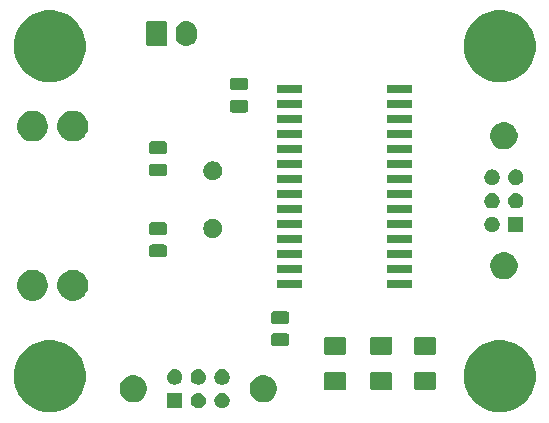
<source format=gts>
G04 #@! TF.GenerationSoftware,KiCad,Pcbnew,(5.1.4)-1*
G04 #@! TF.CreationDate,2020-02-23T13:46:41-05:00*
G04 #@! TF.ProjectId,vent,76656e74-2e6b-4696-9361-645f70636258,rev?*
G04 #@! TF.SameCoordinates,Original*
G04 #@! TF.FileFunction,Soldermask,Top*
G04 #@! TF.FilePolarity,Negative*
%FSLAX46Y46*%
G04 Gerber Fmt 4.6, Leading zero omitted, Abs format (unit mm)*
G04 Created by KiCad (PCBNEW (5.1.4)-1) date 2020-02-23 13:46:41*
%MOMM*%
%LPD*%
G04 APERTURE LIST*
%ADD10C,0.100000*%
G04 APERTURE END LIST*
D10*
G36*
X110109943Y-129146248D02*
G01*
X110665189Y-129376238D01*
X110865267Y-129509926D01*
X111164899Y-129710134D01*
X111589866Y-130135101D01*
X111639025Y-130208673D01*
X111923762Y-130634811D01*
X112153752Y-131190057D01*
X112271000Y-131779501D01*
X112271000Y-132380499D01*
X112153752Y-132969943D01*
X111923762Y-133525189D01*
X111904584Y-133553891D01*
X111589866Y-134024899D01*
X111164899Y-134449866D01*
X110913347Y-134617948D01*
X110665189Y-134783762D01*
X110109943Y-135013752D01*
X109520499Y-135131000D01*
X108919501Y-135131000D01*
X108330057Y-135013752D01*
X107774811Y-134783762D01*
X107526653Y-134617948D01*
X107275101Y-134449866D01*
X106850134Y-134024899D01*
X106535416Y-133553891D01*
X106516238Y-133525189D01*
X106286248Y-132969943D01*
X106169000Y-132380499D01*
X106169000Y-131779501D01*
X106286248Y-131190057D01*
X106516238Y-130634811D01*
X106800975Y-130208673D01*
X106850134Y-130135101D01*
X107275101Y-129710134D01*
X107574733Y-129509926D01*
X107774811Y-129376238D01*
X108330057Y-129146248D01*
X108919501Y-129029000D01*
X109520499Y-129029000D01*
X110109943Y-129146248D01*
X110109943Y-129146248D01*
G37*
G36*
X148209943Y-129146248D02*
G01*
X148765189Y-129376238D01*
X148965267Y-129509926D01*
X149264899Y-129710134D01*
X149689866Y-130135101D01*
X149739025Y-130208673D01*
X150023762Y-130634811D01*
X150253752Y-131190057D01*
X150371000Y-131779501D01*
X150371000Y-132380499D01*
X150253752Y-132969943D01*
X150023762Y-133525189D01*
X150004584Y-133553891D01*
X149689866Y-134024899D01*
X149264899Y-134449866D01*
X149013347Y-134617948D01*
X148765189Y-134783762D01*
X148209943Y-135013752D01*
X147620499Y-135131000D01*
X147019501Y-135131000D01*
X146430057Y-135013752D01*
X145874811Y-134783762D01*
X145626653Y-134617948D01*
X145375101Y-134449866D01*
X144950134Y-134024899D01*
X144635416Y-133553891D01*
X144616238Y-133525189D01*
X144386248Y-132969943D01*
X144269000Y-132380499D01*
X144269000Y-131779501D01*
X144386248Y-131190057D01*
X144616238Y-130634811D01*
X144900975Y-130208673D01*
X144950134Y-130135101D01*
X145375101Y-129710134D01*
X145674733Y-129509926D01*
X145874811Y-129376238D01*
X146430057Y-129146248D01*
X147019501Y-129029000D01*
X147620499Y-129029000D01*
X148209943Y-129146248D01*
X148209943Y-129146248D01*
G37*
G36*
X123989490Y-133504817D02*
G01*
X124107964Y-133553891D01*
X124214588Y-133625135D01*
X124305265Y-133715812D01*
X124376509Y-133822436D01*
X124425583Y-133940910D01*
X124450600Y-134066682D01*
X124450600Y-134194918D01*
X124425583Y-134320690D01*
X124376509Y-134439164D01*
X124305265Y-134545788D01*
X124214588Y-134636465D01*
X124107964Y-134707709D01*
X124107963Y-134707710D01*
X124107962Y-134707710D01*
X123989490Y-134756783D01*
X123863719Y-134781800D01*
X123735481Y-134781800D01*
X123609710Y-134756783D01*
X123491238Y-134707710D01*
X123491237Y-134707710D01*
X123491236Y-134707709D01*
X123384612Y-134636465D01*
X123293935Y-134545788D01*
X123222691Y-134439164D01*
X123173617Y-134320690D01*
X123148600Y-134194918D01*
X123148600Y-134066682D01*
X123173617Y-133940910D01*
X123222691Y-133822436D01*
X123293935Y-133715812D01*
X123384612Y-133625135D01*
X123491236Y-133553891D01*
X123609710Y-133504817D01*
X123735481Y-133479800D01*
X123863719Y-133479800D01*
X123989490Y-133504817D01*
X123989490Y-133504817D01*
G37*
G36*
X120450600Y-134781800D02*
G01*
X119148600Y-134781800D01*
X119148600Y-133479800D01*
X120450600Y-133479800D01*
X120450600Y-134781800D01*
X120450600Y-134781800D01*
G37*
G36*
X121989490Y-133504817D02*
G01*
X122107964Y-133553891D01*
X122214588Y-133625135D01*
X122305265Y-133715812D01*
X122376509Y-133822436D01*
X122425583Y-133940910D01*
X122450600Y-134066682D01*
X122450600Y-134194918D01*
X122425583Y-134320690D01*
X122376509Y-134439164D01*
X122305265Y-134545788D01*
X122214588Y-134636465D01*
X122107964Y-134707709D01*
X122107963Y-134707710D01*
X122107962Y-134707710D01*
X121989490Y-134756783D01*
X121863719Y-134781800D01*
X121735481Y-134781800D01*
X121609710Y-134756783D01*
X121491238Y-134707710D01*
X121491237Y-134707710D01*
X121491236Y-134707709D01*
X121384612Y-134636465D01*
X121293935Y-134545788D01*
X121222691Y-134439164D01*
X121173617Y-134320690D01*
X121148600Y-134194918D01*
X121148600Y-134066682D01*
X121173617Y-133940910D01*
X121222691Y-133822436D01*
X121293935Y-133715812D01*
X121384612Y-133625135D01*
X121491236Y-133553891D01*
X121609710Y-133504817D01*
X121735481Y-133479800D01*
X121863719Y-133479800D01*
X121989490Y-133504817D01*
X121989490Y-133504817D01*
G37*
G36*
X127524149Y-132001916D02*
G01*
X127635334Y-132024032D01*
X127844803Y-132110797D01*
X128033320Y-132236760D01*
X128193640Y-132397080D01*
X128319603Y-132585597D01*
X128390511Y-132756783D01*
X128406368Y-132795067D01*
X128450600Y-133017435D01*
X128450600Y-133244165D01*
X128447639Y-133259052D01*
X128406368Y-133466534D01*
X128319603Y-133676003D01*
X128193640Y-133864520D01*
X128033320Y-134024840D01*
X127844803Y-134150803D01*
X127635334Y-134237568D01*
X127524149Y-134259684D01*
X127412965Y-134281800D01*
X127186235Y-134281800D01*
X127075051Y-134259684D01*
X126963866Y-134237568D01*
X126754397Y-134150803D01*
X126565880Y-134024840D01*
X126405560Y-133864520D01*
X126279597Y-133676003D01*
X126192832Y-133466534D01*
X126151561Y-133259052D01*
X126148600Y-133244165D01*
X126148600Y-133017435D01*
X126192832Y-132795067D01*
X126208690Y-132756783D01*
X126279597Y-132585597D01*
X126405560Y-132397080D01*
X126565880Y-132236760D01*
X126754397Y-132110797D01*
X126963866Y-132024032D01*
X127075051Y-132001916D01*
X127186235Y-131979800D01*
X127412965Y-131979800D01*
X127524149Y-132001916D01*
X127524149Y-132001916D01*
G37*
G36*
X116524149Y-132001916D02*
G01*
X116635334Y-132024032D01*
X116844803Y-132110797D01*
X117033320Y-132236760D01*
X117193640Y-132397080D01*
X117319603Y-132585597D01*
X117390511Y-132756783D01*
X117406368Y-132795067D01*
X117450600Y-133017435D01*
X117450600Y-133244165D01*
X117447639Y-133259052D01*
X117406368Y-133466534D01*
X117319603Y-133676003D01*
X117193640Y-133864520D01*
X117033320Y-134024840D01*
X116844803Y-134150803D01*
X116635334Y-134237568D01*
X116524149Y-134259684D01*
X116412965Y-134281800D01*
X116186235Y-134281800D01*
X116075051Y-134259684D01*
X115963866Y-134237568D01*
X115754397Y-134150803D01*
X115565880Y-134024840D01*
X115405560Y-133864520D01*
X115279597Y-133676003D01*
X115192832Y-133466534D01*
X115151561Y-133259052D01*
X115148600Y-133244165D01*
X115148600Y-133017435D01*
X115192832Y-132795067D01*
X115208690Y-132756783D01*
X115279597Y-132585597D01*
X115405560Y-132397080D01*
X115565880Y-132236760D01*
X115754397Y-132110797D01*
X115963866Y-132024032D01*
X116075051Y-132001916D01*
X116186235Y-131979800D01*
X116412965Y-131979800D01*
X116524149Y-132001916D01*
X116524149Y-132001916D01*
G37*
G36*
X134150962Y-131741381D02*
G01*
X134185881Y-131751974D01*
X134218063Y-131769176D01*
X134246273Y-131792327D01*
X134269424Y-131820537D01*
X134286626Y-131852719D01*
X134297219Y-131887638D01*
X134301400Y-131930095D01*
X134301400Y-133071305D01*
X134297219Y-133113762D01*
X134286626Y-133148681D01*
X134269424Y-133180863D01*
X134246273Y-133209073D01*
X134218063Y-133232224D01*
X134185881Y-133249426D01*
X134150962Y-133260019D01*
X134108505Y-133264200D01*
X132642295Y-133264200D01*
X132599838Y-133260019D01*
X132564919Y-133249426D01*
X132532737Y-133232224D01*
X132504527Y-133209073D01*
X132481376Y-133180863D01*
X132464174Y-133148681D01*
X132453581Y-133113762D01*
X132449400Y-133071305D01*
X132449400Y-131930095D01*
X132453581Y-131887638D01*
X132464174Y-131852719D01*
X132481376Y-131820537D01*
X132504527Y-131792327D01*
X132532737Y-131769176D01*
X132564919Y-131751974D01*
X132599838Y-131741381D01*
X132642295Y-131737200D01*
X134108505Y-131737200D01*
X134150962Y-131741381D01*
X134150962Y-131741381D01*
G37*
G36*
X138062562Y-131715981D02*
G01*
X138097481Y-131726574D01*
X138129663Y-131743776D01*
X138157873Y-131766927D01*
X138181024Y-131795137D01*
X138198226Y-131827319D01*
X138208819Y-131862238D01*
X138213000Y-131904695D01*
X138213000Y-133045905D01*
X138208819Y-133088362D01*
X138198226Y-133123281D01*
X138181024Y-133155463D01*
X138157873Y-133183673D01*
X138129663Y-133206824D01*
X138097481Y-133224026D01*
X138062562Y-133234619D01*
X138020105Y-133238800D01*
X136553895Y-133238800D01*
X136511438Y-133234619D01*
X136476519Y-133224026D01*
X136444337Y-133206824D01*
X136416127Y-133183673D01*
X136392976Y-133155463D01*
X136375774Y-133123281D01*
X136365181Y-133088362D01*
X136361000Y-133045905D01*
X136361000Y-131904695D01*
X136365181Y-131862238D01*
X136375774Y-131827319D01*
X136392976Y-131795137D01*
X136416127Y-131766927D01*
X136444337Y-131743776D01*
X136476519Y-131726574D01*
X136511438Y-131715981D01*
X136553895Y-131711800D01*
X138020105Y-131711800D01*
X138062562Y-131715981D01*
X138062562Y-131715981D01*
G37*
G36*
X141770962Y-131701681D02*
G01*
X141805881Y-131712274D01*
X141838063Y-131729476D01*
X141866273Y-131752627D01*
X141889424Y-131780837D01*
X141906626Y-131813019D01*
X141917219Y-131847938D01*
X141921400Y-131890395D01*
X141921400Y-133031605D01*
X141917219Y-133074062D01*
X141906626Y-133108981D01*
X141889424Y-133141163D01*
X141866273Y-133169373D01*
X141838063Y-133192524D01*
X141805881Y-133209726D01*
X141770962Y-133220319D01*
X141728505Y-133224500D01*
X140262295Y-133224500D01*
X140219838Y-133220319D01*
X140184919Y-133209726D01*
X140152737Y-133192524D01*
X140124527Y-133169373D01*
X140101376Y-133141163D01*
X140084174Y-133108981D01*
X140073581Y-133074062D01*
X140069400Y-133031605D01*
X140069400Y-131890395D01*
X140073581Y-131847938D01*
X140084174Y-131813019D01*
X140101376Y-131780837D01*
X140124527Y-131752627D01*
X140152737Y-131729476D01*
X140184919Y-131712274D01*
X140219838Y-131701681D01*
X140262295Y-131697500D01*
X141728505Y-131697500D01*
X141770962Y-131701681D01*
X141770962Y-131701681D01*
G37*
G36*
X123989490Y-131504817D02*
G01*
X124107964Y-131553891D01*
X124214588Y-131625135D01*
X124305265Y-131715812D01*
X124371985Y-131815665D01*
X124376510Y-131822438D01*
X124389053Y-131852719D01*
X124425583Y-131940910D01*
X124450600Y-132066682D01*
X124450600Y-132194918D01*
X124425583Y-132320690D01*
X124376509Y-132439164D01*
X124305265Y-132545788D01*
X124214588Y-132636465D01*
X124107964Y-132707709D01*
X124107963Y-132707710D01*
X124107962Y-132707710D01*
X123989490Y-132756783D01*
X123863719Y-132781800D01*
X123735481Y-132781800D01*
X123609710Y-132756783D01*
X123491238Y-132707710D01*
X123491237Y-132707710D01*
X123491236Y-132707709D01*
X123384612Y-132636465D01*
X123293935Y-132545788D01*
X123222691Y-132439164D01*
X123173617Y-132320690D01*
X123148600Y-132194918D01*
X123148600Y-132066682D01*
X123173617Y-131940910D01*
X123210147Y-131852719D01*
X123222690Y-131822438D01*
X123227216Y-131815665D01*
X123293935Y-131715812D01*
X123384612Y-131625135D01*
X123491236Y-131553891D01*
X123609710Y-131504817D01*
X123735481Y-131479800D01*
X123863719Y-131479800D01*
X123989490Y-131504817D01*
X123989490Y-131504817D01*
G37*
G36*
X119989490Y-131504817D02*
G01*
X120107964Y-131553891D01*
X120214588Y-131625135D01*
X120305265Y-131715812D01*
X120371985Y-131815665D01*
X120376510Y-131822438D01*
X120389053Y-131852719D01*
X120425583Y-131940910D01*
X120450600Y-132066682D01*
X120450600Y-132194918D01*
X120425583Y-132320690D01*
X120376509Y-132439164D01*
X120305265Y-132545788D01*
X120214588Y-132636465D01*
X120107964Y-132707709D01*
X120107963Y-132707710D01*
X120107962Y-132707710D01*
X119989490Y-132756783D01*
X119863719Y-132781800D01*
X119735481Y-132781800D01*
X119609710Y-132756783D01*
X119491238Y-132707710D01*
X119491237Y-132707710D01*
X119491236Y-132707709D01*
X119384612Y-132636465D01*
X119293935Y-132545788D01*
X119222691Y-132439164D01*
X119173617Y-132320690D01*
X119148600Y-132194918D01*
X119148600Y-132066682D01*
X119173617Y-131940910D01*
X119210147Y-131852719D01*
X119222690Y-131822438D01*
X119227216Y-131815665D01*
X119293935Y-131715812D01*
X119384612Y-131625135D01*
X119491236Y-131553891D01*
X119609710Y-131504817D01*
X119735481Y-131479800D01*
X119863719Y-131479800D01*
X119989490Y-131504817D01*
X119989490Y-131504817D01*
G37*
G36*
X121989490Y-131504817D02*
G01*
X122107964Y-131553891D01*
X122214588Y-131625135D01*
X122305265Y-131715812D01*
X122371985Y-131815665D01*
X122376510Y-131822438D01*
X122389053Y-131852719D01*
X122425583Y-131940910D01*
X122450600Y-132066682D01*
X122450600Y-132194918D01*
X122425583Y-132320690D01*
X122376509Y-132439164D01*
X122305265Y-132545788D01*
X122214588Y-132636465D01*
X122107964Y-132707709D01*
X122107963Y-132707710D01*
X122107962Y-132707710D01*
X121989490Y-132756783D01*
X121863719Y-132781800D01*
X121735481Y-132781800D01*
X121609710Y-132756783D01*
X121491238Y-132707710D01*
X121491237Y-132707710D01*
X121491236Y-132707709D01*
X121384612Y-132636465D01*
X121293935Y-132545788D01*
X121222691Y-132439164D01*
X121173617Y-132320690D01*
X121148600Y-132194918D01*
X121148600Y-132066682D01*
X121173617Y-131940910D01*
X121210147Y-131852719D01*
X121222690Y-131822438D01*
X121227216Y-131815665D01*
X121293935Y-131715812D01*
X121384612Y-131625135D01*
X121491236Y-131553891D01*
X121609710Y-131504817D01*
X121735481Y-131479800D01*
X121863719Y-131479800D01*
X121989490Y-131504817D01*
X121989490Y-131504817D01*
G37*
G36*
X134150962Y-128766381D02*
G01*
X134185881Y-128776974D01*
X134218063Y-128794176D01*
X134246273Y-128817327D01*
X134269424Y-128845537D01*
X134286626Y-128877719D01*
X134297219Y-128912638D01*
X134301400Y-128955095D01*
X134301400Y-130096305D01*
X134297219Y-130138762D01*
X134286626Y-130173681D01*
X134269424Y-130205863D01*
X134246273Y-130234073D01*
X134218063Y-130257224D01*
X134185881Y-130274426D01*
X134150962Y-130285019D01*
X134108505Y-130289200D01*
X132642295Y-130289200D01*
X132599838Y-130285019D01*
X132564919Y-130274426D01*
X132532737Y-130257224D01*
X132504527Y-130234073D01*
X132481376Y-130205863D01*
X132464174Y-130173681D01*
X132453581Y-130138762D01*
X132449400Y-130096305D01*
X132449400Y-128955095D01*
X132453581Y-128912638D01*
X132464174Y-128877719D01*
X132481376Y-128845537D01*
X132504527Y-128817327D01*
X132532737Y-128794176D01*
X132564919Y-128776974D01*
X132599838Y-128766381D01*
X132642295Y-128762200D01*
X134108505Y-128762200D01*
X134150962Y-128766381D01*
X134150962Y-128766381D01*
G37*
G36*
X138062562Y-128740981D02*
G01*
X138097481Y-128751574D01*
X138129663Y-128768776D01*
X138157873Y-128791927D01*
X138181024Y-128820137D01*
X138198226Y-128852319D01*
X138208819Y-128887238D01*
X138213000Y-128929695D01*
X138213000Y-130070905D01*
X138208819Y-130113362D01*
X138198226Y-130148281D01*
X138181024Y-130180463D01*
X138157873Y-130208673D01*
X138129663Y-130231824D01*
X138097481Y-130249026D01*
X138062562Y-130259619D01*
X138020105Y-130263800D01*
X136553895Y-130263800D01*
X136511438Y-130259619D01*
X136476519Y-130249026D01*
X136444337Y-130231824D01*
X136416127Y-130208673D01*
X136392976Y-130180463D01*
X136375774Y-130148281D01*
X136365181Y-130113362D01*
X136361000Y-130070905D01*
X136361000Y-128929695D01*
X136365181Y-128887238D01*
X136375774Y-128852319D01*
X136392976Y-128820137D01*
X136416127Y-128791927D01*
X136444337Y-128768776D01*
X136476519Y-128751574D01*
X136511438Y-128740981D01*
X136553895Y-128736800D01*
X138020105Y-128736800D01*
X138062562Y-128740981D01*
X138062562Y-128740981D01*
G37*
G36*
X141770962Y-128726681D02*
G01*
X141805881Y-128737274D01*
X141838063Y-128754476D01*
X141866273Y-128777627D01*
X141889424Y-128805837D01*
X141906626Y-128838019D01*
X141917219Y-128872938D01*
X141921400Y-128915395D01*
X141921400Y-130056605D01*
X141917219Y-130099062D01*
X141906626Y-130133981D01*
X141889424Y-130166163D01*
X141866273Y-130194373D01*
X141838063Y-130217524D01*
X141805881Y-130234726D01*
X141770962Y-130245319D01*
X141728505Y-130249500D01*
X140262295Y-130249500D01*
X140219838Y-130245319D01*
X140184919Y-130234726D01*
X140152737Y-130217524D01*
X140124527Y-130194373D01*
X140101376Y-130166163D01*
X140084174Y-130133981D01*
X140073581Y-130099062D01*
X140069400Y-130056605D01*
X140069400Y-128915395D01*
X140073581Y-128872938D01*
X140084174Y-128838019D01*
X140101376Y-128805837D01*
X140124527Y-128777627D01*
X140152737Y-128754476D01*
X140184919Y-128737274D01*
X140219838Y-128726681D01*
X140262295Y-128722500D01*
X141728505Y-128722500D01*
X141770962Y-128726681D01*
X141770962Y-128726681D01*
G37*
G36*
X129311668Y-128442665D02*
G01*
X129350338Y-128454396D01*
X129385977Y-128473446D01*
X129417217Y-128499083D01*
X129442854Y-128530323D01*
X129461904Y-128565962D01*
X129473635Y-128604632D01*
X129478200Y-128650988D01*
X129478200Y-129302212D01*
X129473635Y-129348568D01*
X129461904Y-129387238D01*
X129442854Y-129422877D01*
X129417217Y-129454117D01*
X129385977Y-129479754D01*
X129350338Y-129498804D01*
X129311668Y-129510535D01*
X129265312Y-129515100D01*
X128189088Y-129515100D01*
X128142732Y-129510535D01*
X128104062Y-129498804D01*
X128068423Y-129479754D01*
X128037183Y-129454117D01*
X128011546Y-129422877D01*
X127992496Y-129387238D01*
X127980765Y-129348568D01*
X127976200Y-129302212D01*
X127976200Y-128650988D01*
X127980765Y-128604632D01*
X127992496Y-128565962D01*
X128011546Y-128530323D01*
X128037183Y-128499083D01*
X128068423Y-128473446D01*
X128104062Y-128454396D01*
X128142732Y-128442665D01*
X128189088Y-128438100D01*
X129265312Y-128438100D01*
X129311668Y-128442665D01*
X129311668Y-128442665D01*
G37*
G36*
X129311668Y-126567665D02*
G01*
X129350338Y-126579396D01*
X129385977Y-126598446D01*
X129417217Y-126624083D01*
X129442854Y-126655323D01*
X129461904Y-126690962D01*
X129473635Y-126729632D01*
X129478200Y-126775988D01*
X129478200Y-127427212D01*
X129473635Y-127473568D01*
X129461904Y-127512238D01*
X129442854Y-127547877D01*
X129417217Y-127579117D01*
X129385977Y-127604754D01*
X129350338Y-127623804D01*
X129311668Y-127635535D01*
X129265312Y-127640100D01*
X128189088Y-127640100D01*
X128142732Y-127635535D01*
X128104062Y-127623804D01*
X128068423Y-127604754D01*
X128037183Y-127579117D01*
X128011546Y-127547877D01*
X127992496Y-127512238D01*
X127980765Y-127473568D01*
X127976200Y-127427212D01*
X127976200Y-126775988D01*
X127980765Y-126729632D01*
X127992496Y-126690962D01*
X128011546Y-126655323D01*
X128037183Y-126624083D01*
X128068423Y-126598446D01*
X128104062Y-126579396D01*
X128142732Y-126567665D01*
X128189088Y-126563100D01*
X129265312Y-126563100D01*
X129311668Y-126567665D01*
X129311668Y-126567665D01*
G37*
G36*
X111555287Y-123115396D02*
G01*
X111792053Y-123213468D01*
X111792055Y-123213469D01*
X112005139Y-123355847D01*
X112186353Y-123537061D01*
X112322623Y-123741003D01*
X112328732Y-123750147D01*
X112426804Y-123986913D01*
X112476800Y-124238261D01*
X112476800Y-124494539D01*
X112426804Y-124745887D01*
X112328732Y-124982653D01*
X112328731Y-124982655D01*
X112186353Y-125195739D01*
X112005139Y-125376953D01*
X111792055Y-125519331D01*
X111792054Y-125519332D01*
X111792053Y-125519332D01*
X111555287Y-125617404D01*
X111303939Y-125667400D01*
X111047661Y-125667400D01*
X110796313Y-125617404D01*
X110559547Y-125519332D01*
X110559546Y-125519332D01*
X110559545Y-125519331D01*
X110346461Y-125376953D01*
X110165247Y-125195739D01*
X110022869Y-124982655D01*
X110022868Y-124982653D01*
X109924796Y-124745887D01*
X109874800Y-124494539D01*
X109874800Y-124238261D01*
X109924796Y-123986913D01*
X110022868Y-123750147D01*
X110028978Y-123741003D01*
X110165247Y-123537061D01*
X110346461Y-123355847D01*
X110559545Y-123213469D01*
X110559547Y-123213468D01*
X110796313Y-123115396D01*
X111047661Y-123065400D01*
X111303939Y-123065400D01*
X111555287Y-123115396D01*
X111555287Y-123115396D01*
G37*
G36*
X108155287Y-123115396D02*
G01*
X108392053Y-123213468D01*
X108392055Y-123213469D01*
X108605139Y-123355847D01*
X108786353Y-123537061D01*
X108922623Y-123741003D01*
X108928732Y-123750147D01*
X109026804Y-123986913D01*
X109076800Y-124238261D01*
X109076800Y-124494539D01*
X109026804Y-124745887D01*
X108928732Y-124982653D01*
X108928731Y-124982655D01*
X108786353Y-125195739D01*
X108605139Y-125376953D01*
X108392055Y-125519331D01*
X108392054Y-125519332D01*
X108392053Y-125519332D01*
X108155287Y-125617404D01*
X107903939Y-125667400D01*
X107647661Y-125667400D01*
X107396313Y-125617404D01*
X107159547Y-125519332D01*
X107159546Y-125519332D01*
X107159545Y-125519331D01*
X106946461Y-125376953D01*
X106765247Y-125195739D01*
X106622869Y-124982655D01*
X106622868Y-124982653D01*
X106524796Y-124745887D01*
X106474800Y-124494539D01*
X106474800Y-124238261D01*
X106524796Y-123986913D01*
X106622868Y-123750147D01*
X106628978Y-123741003D01*
X106765247Y-123537061D01*
X106946461Y-123355847D01*
X107159545Y-123213469D01*
X107159547Y-123213468D01*
X107396313Y-123115396D01*
X107647661Y-123065400D01*
X107903939Y-123065400D01*
X108155287Y-123115396D01*
X108155287Y-123115396D01*
G37*
G36*
X139824928Y-123933964D02*
G01*
X139846009Y-123940360D01*
X139865445Y-123950748D01*
X139882476Y-123964724D01*
X139896452Y-123981755D01*
X139906840Y-124001191D01*
X139913236Y-124022272D01*
X139916000Y-124050340D01*
X139916000Y-124514060D01*
X139913236Y-124542128D01*
X139906840Y-124563209D01*
X139896452Y-124582645D01*
X139882476Y-124599676D01*
X139865445Y-124613652D01*
X139846009Y-124624040D01*
X139824928Y-124630436D01*
X139796860Y-124633200D01*
X137883140Y-124633200D01*
X137855072Y-124630436D01*
X137833991Y-124624040D01*
X137814555Y-124613652D01*
X137797524Y-124599676D01*
X137783548Y-124582645D01*
X137773160Y-124563209D01*
X137766764Y-124542128D01*
X137764000Y-124514060D01*
X137764000Y-124050340D01*
X137766764Y-124022272D01*
X137773160Y-124001191D01*
X137783548Y-123981755D01*
X137797524Y-123964724D01*
X137814555Y-123950748D01*
X137833991Y-123940360D01*
X137855072Y-123933964D01*
X137883140Y-123931200D01*
X139796860Y-123931200D01*
X139824928Y-123933964D01*
X139824928Y-123933964D01*
G37*
G36*
X130524928Y-123933964D02*
G01*
X130546009Y-123940360D01*
X130565445Y-123950748D01*
X130582476Y-123964724D01*
X130596452Y-123981755D01*
X130606840Y-124001191D01*
X130613236Y-124022272D01*
X130616000Y-124050340D01*
X130616000Y-124514060D01*
X130613236Y-124542128D01*
X130606840Y-124563209D01*
X130596452Y-124582645D01*
X130582476Y-124599676D01*
X130565445Y-124613652D01*
X130546009Y-124624040D01*
X130524928Y-124630436D01*
X130496860Y-124633200D01*
X128583140Y-124633200D01*
X128555072Y-124630436D01*
X128533991Y-124624040D01*
X128514555Y-124613652D01*
X128497524Y-124599676D01*
X128483548Y-124582645D01*
X128473160Y-124563209D01*
X128466764Y-124542128D01*
X128464000Y-124514060D01*
X128464000Y-124050340D01*
X128466764Y-124022272D01*
X128473160Y-124001191D01*
X128483548Y-123981755D01*
X128497524Y-123964724D01*
X128514555Y-123950748D01*
X128533991Y-123940360D01*
X128555072Y-123933964D01*
X128583140Y-123931200D01*
X130496860Y-123931200D01*
X130524928Y-123933964D01*
X130524928Y-123933964D01*
G37*
G36*
X147900149Y-121592116D02*
G01*
X148011334Y-121614232D01*
X148220803Y-121700997D01*
X148409320Y-121826960D01*
X148569640Y-121987280D01*
X148640413Y-122093200D01*
X148695604Y-122175799D01*
X148782368Y-122385267D01*
X148826600Y-122607635D01*
X148826600Y-122834365D01*
X148804484Y-122945549D01*
X148782368Y-123056734D01*
X148695603Y-123266203D01*
X148569640Y-123454720D01*
X148409320Y-123615040D01*
X148220803Y-123741003D01*
X148220802Y-123741004D01*
X148220801Y-123741004D01*
X148159450Y-123766416D01*
X148011334Y-123827768D01*
X147900149Y-123849884D01*
X147788965Y-123872000D01*
X147562235Y-123872000D01*
X147451051Y-123849884D01*
X147339866Y-123827768D01*
X147191750Y-123766416D01*
X147130399Y-123741004D01*
X147130398Y-123741004D01*
X147130397Y-123741003D01*
X146941880Y-123615040D01*
X146781560Y-123454720D01*
X146655597Y-123266203D01*
X146568832Y-123056734D01*
X146546716Y-122945549D01*
X146524600Y-122834365D01*
X146524600Y-122607635D01*
X146568832Y-122385267D01*
X146655596Y-122175799D01*
X146710787Y-122093200D01*
X146781560Y-121987280D01*
X146941880Y-121826960D01*
X147130397Y-121700997D01*
X147339866Y-121614232D01*
X147451051Y-121592116D01*
X147562235Y-121570000D01*
X147788965Y-121570000D01*
X147900149Y-121592116D01*
X147900149Y-121592116D01*
G37*
G36*
X130524928Y-122663964D02*
G01*
X130546009Y-122670360D01*
X130565445Y-122680748D01*
X130582476Y-122694724D01*
X130596452Y-122711755D01*
X130606840Y-122731191D01*
X130613236Y-122752272D01*
X130616000Y-122780340D01*
X130616000Y-123244060D01*
X130613236Y-123272128D01*
X130606840Y-123293209D01*
X130596452Y-123312645D01*
X130582476Y-123329676D01*
X130565445Y-123343652D01*
X130546009Y-123354040D01*
X130524928Y-123360436D01*
X130496860Y-123363200D01*
X128583140Y-123363200D01*
X128555072Y-123360436D01*
X128533991Y-123354040D01*
X128514555Y-123343652D01*
X128497524Y-123329676D01*
X128483548Y-123312645D01*
X128473160Y-123293209D01*
X128466764Y-123272128D01*
X128464000Y-123244060D01*
X128464000Y-122780340D01*
X128466764Y-122752272D01*
X128473160Y-122731191D01*
X128483548Y-122711755D01*
X128497524Y-122694724D01*
X128514555Y-122680748D01*
X128533991Y-122670360D01*
X128555072Y-122663964D01*
X128583140Y-122661200D01*
X130496860Y-122661200D01*
X130524928Y-122663964D01*
X130524928Y-122663964D01*
G37*
G36*
X139824928Y-122663964D02*
G01*
X139846009Y-122670360D01*
X139865445Y-122680748D01*
X139882476Y-122694724D01*
X139896452Y-122711755D01*
X139906840Y-122731191D01*
X139913236Y-122752272D01*
X139916000Y-122780340D01*
X139916000Y-123244060D01*
X139913236Y-123272128D01*
X139906840Y-123293209D01*
X139896452Y-123312645D01*
X139882476Y-123329676D01*
X139865445Y-123343652D01*
X139846009Y-123354040D01*
X139824928Y-123360436D01*
X139796860Y-123363200D01*
X137883140Y-123363200D01*
X137855072Y-123360436D01*
X137833991Y-123354040D01*
X137814555Y-123343652D01*
X137797524Y-123329676D01*
X137783548Y-123312645D01*
X137773160Y-123293209D01*
X137766764Y-123272128D01*
X137764000Y-123244060D01*
X137764000Y-122780340D01*
X137766764Y-122752272D01*
X137773160Y-122731191D01*
X137783548Y-122711755D01*
X137797524Y-122694724D01*
X137814555Y-122680748D01*
X137833991Y-122670360D01*
X137855072Y-122663964D01*
X137883140Y-122661200D01*
X139796860Y-122661200D01*
X139824928Y-122663964D01*
X139824928Y-122663964D01*
G37*
G36*
X139824928Y-121393964D02*
G01*
X139846009Y-121400360D01*
X139865445Y-121410748D01*
X139882476Y-121424724D01*
X139896452Y-121441755D01*
X139906840Y-121461191D01*
X139913236Y-121482272D01*
X139916000Y-121510340D01*
X139916000Y-121974060D01*
X139913236Y-122002128D01*
X139906840Y-122023209D01*
X139896452Y-122042645D01*
X139882476Y-122059676D01*
X139865445Y-122073652D01*
X139846009Y-122084040D01*
X139824928Y-122090436D01*
X139796860Y-122093200D01*
X137883140Y-122093200D01*
X137855072Y-122090436D01*
X137833991Y-122084040D01*
X137814555Y-122073652D01*
X137797524Y-122059676D01*
X137783548Y-122042645D01*
X137773160Y-122023209D01*
X137766764Y-122002128D01*
X137764000Y-121974060D01*
X137764000Y-121510340D01*
X137766764Y-121482272D01*
X137773160Y-121461191D01*
X137783548Y-121441755D01*
X137797524Y-121424724D01*
X137814555Y-121410748D01*
X137833991Y-121400360D01*
X137855072Y-121393964D01*
X137883140Y-121391200D01*
X139796860Y-121391200D01*
X139824928Y-121393964D01*
X139824928Y-121393964D01*
G37*
G36*
X130524928Y-121393964D02*
G01*
X130546009Y-121400360D01*
X130565445Y-121410748D01*
X130582476Y-121424724D01*
X130596452Y-121441755D01*
X130606840Y-121461191D01*
X130613236Y-121482272D01*
X130616000Y-121510340D01*
X130616000Y-121974060D01*
X130613236Y-122002128D01*
X130606840Y-122023209D01*
X130596452Y-122042645D01*
X130582476Y-122059676D01*
X130565445Y-122073652D01*
X130546009Y-122084040D01*
X130524928Y-122090436D01*
X130496860Y-122093200D01*
X128583140Y-122093200D01*
X128555072Y-122090436D01*
X128533991Y-122084040D01*
X128514555Y-122073652D01*
X128497524Y-122059676D01*
X128483548Y-122042645D01*
X128473160Y-122023209D01*
X128466764Y-122002128D01*
X128464000Y-121974060D01*
X128464000Y-121510340D01*
X128466764Y-121482272D01*
X128473160Y-121461191D01*
X128483548Y-121441755D01*
X128497524Y-121424724D01*
X128514555Y-121410748D01*
X128533991Y-121400360D01*
X128555072Y-121393964D01*
X128583140Y-121391200D01*
X130496860Y-121391200D01*
X130524928Y-121393964D01*
X130524928Y-121393964D01*
G37*
G36*
X118973868Y-120924265D02*
G01*
X119012538Y-120935996D01*
X119048177Y-120955046D01*
X119079417Y-120980683D01*
X119105054Y-121011923D01*
X119124104Y-121047562D01*
X119135835Y-121086232D01*
X119140400Y-121132588D01*
X119140400Y-121783812D01*
X119135835Y-121830168D01*
X119124104Y-121868838D01*
X119105054Y-121904477D01*
X119079417Y-121935717D01*
X119048177Y-121961354D01*
X119012538Y-121980404D01*
X118973868Y-121992135D01*
X118927512Y-121996700D01*
X117851288Y-121996700D01*
X117804932Y-121992135D01*
X117766262Y-121980404D01*
X117730623Y-121961354D01*
X117699383Y-121935717D01*
X117673746Y-121904477D01*
X117654696Y-121868838D01*
X117642965Y-121830168D01*
X117638400Y-121783812D01*
X117638400Y-121132588D01*
X117642965Y-121086232D01*
X117654696Y-121047562D01*
X117673746Y-121011923D01*
X117699383Y-120980683D01*
X117730623Y-120955046D01*
X117766262Y-120935996D01*
X117804932Y-120924265D01*
X117851288Y-120919700D01*
X118927512Y-120919700D01*
X118973868Y-120924265D01*
X118973868Y-120924265D01*
G37*
G36*
X139824928Y-120123964D02*
G01*
X139846009Y-120130360D01*
X139865445Y-120140748D01*
X139882476Y-120154724D01*
X139896452Y-120171755D01*
X139906840Y-120191191D01*
X139913236Y-120212272D01*
X139916000Y-120240340D01*
X139916000Y-120704060D01*
X139913236Y-120732128D01*
X139906840Y-120753209D01*
X139896452Y-120772645D01*
X139882476Y-120789676D01*
X139865445Y-120803652D01*
X139846009Y-120814040D01*
X139824928Y-120820436D01*
X139796860Y-120823200D01*
X137883140Y-120823200D01*
X137855072Y-120820436D01*
X137833991Y-120814040D01*
X137814555Y-120803652D01*
X137797524Y-120789676D01*
X137783548Y-120772645D01*
X137773160Y-120753209D01*
X137766764Y-120732128D01*
X137764000Y-120704060D01*
X137764000Y-120240340D01*
X137766764Y-120212272D01*
X137773160Y-120191191D01*
X137783548Y-120171755D01*
X137797524Y-120154724D01*
X137814555Y-120140748D01*
X137833991Y-120130360D01*
X137855072Y-120123964D01*
X137883140Y-120121200D01*
X139796860Y-120121200D01*
X139824928Y-120123964D01*
X139824928Y-120123964D01*
G37*
G36*
X130524928Y-120123964D02*
G01*
X130546009Y-120130360D01*
X130565445Y-120140748D01*
X130582476Y-120154724D01*
X130596452Y-120171755D01*
X130606840Y-120191191D01*
X130613236Y-120212272D01*
X130616000Y-120240340D01*
X130616000Y-120704060D01*
X130613236Y-120732128D01*
X130606840Y-120753209D01*
X130596452Y-120772645D01*
X130582476Y-120789676D01*
X130565445Y-120803652D01*
X130546009Y-120814040D01*
X130524928Y-120820436D01*
X130496860Y-120823200D01*
X128583140Y-120823200D01*
X128555072Y-120820436D01*
X128533991Y-120814040D01*
X128514555Y-120803652D01*
X128497524Y-120789676D01*
X128483548Y-120772645D01*
X128473160Y-120753209D01*
X128466764Y-120732128D01*
X128464000Y-120704060D01*
X128464000Y-120240340D01*
X128466764Y-120212272D01*
X128473160Y-120191191D01*
X128483548Y-120171755D01*
X128497524Y-120154724D01*
X128514555Y-120140748D01*
X128533991Y-120130360D01*
X128555072Y-120123964D01*
X128583140Y-120121200D01*
X130496860Y-120121200D01*
X130524928Y-120123964D01*
X130524928Y-120123964D01*
G37*
G36*
X123245842Y-118790781D02*
G01*
X123391614Y-118851162D01*
X123391616Y-118851163D01*
X123522808Y-118938822D01*
X123634378Y-119050392D01*
X123722037Y-119181584D01*
X123722038Y-119181586D01*
X123782419Y-119327358D01*
X123813200Y-119482107D01*
X123813200Y-119639893D01*
X123782419Y-119794642D01*
X123758474Y-119852450D01*
X123722037Y-119940416D01*
X123634378Y-120071608D01*
X123522808Y-120183178D01*
X123391616Y-120270837D01*
X123391615Y-120270838D01*
X123391614Y-120270838D01*
X123245842Y-120331219D01*
X123091093Y-120362000D01*
X122933307Y-120362000D01*
X122778558Y-120331219D01*
X122632786Y-120270838D01*
X122632785Y-120270838D01*
X122632784Y-120270837D01*
X122501592Y-120183178D01*
X122390022Y-120071608D01*
X122302363Y-119940416D01*
X122265926Y-119852450D01*
X122241981Y-119794642D01*
X122211200Y-119639893D01*
X122211200Y-119482107D01*
X122241981Y-119327358D01*
X122302362Y-119181586D01*
X122302363Y-119181584D01*
X122390022Y-119050392D01*
X122501592Y-118938822D01*
X122632784Y-118851163D01*
X122632786Y-118851162D01*
X122778558Y-118790781D01*
X122933307Y-118760000D01*
X123091093Y-118760000D01*
X123245842Y-118790781D01*
X123245842Y-118790781D01*
G37*
G36*
X118973868Y-119049265D02*
G01*
X119012538Y-119060996D01*
X119048177Y-119080046D01*
X119079417Y-119105683D01*
X119105054Y-119136923D01*
X119124104Y-119172562D01*
X119135835Y-119211232D01*
X119140400Y-119257588D01*
X119140400Y-119908812D01*
X119135835Y-119955168D01*
X119124104Y-119993838D01*
X119105054Y-120029477D01*
X119079417Y-120060717D01*
X119048177Y-120086354D01*
X119012538Y-120105404D01*
X118973868Y-120117135D01*
X118927512Y-120121700D01*
X117851288Y-120121700D01*
X117804932Y-120117135D01*
X117766262Y-120105404D01*
X117730623Y-120086354D01*
X117699383Y-120060717D01*
X117673746Y-120029477D01*
X117654696Y-119993838D01*
X117642965Y-119955168D01*
X117638400Y-119908812D01*
X117638400Y-119257588D01*
X117642965Y-119211232D01*
X117654696Y-119172562D01*
X117673746Y-119136923D01*
X117699383Y-119105683D01*
X117730623Y-119080046D01*
X117766262Y-119060996D01*
X117804932Y-119049265D01*
X117851288Y-119044700D01*
X118927512Y-119044700D01*
X118973868Y-119049265D01*
X118973868Y-119049265D01*
G37*
G36*
X146865490Y-118595017D02*
G01*
X146983964Y-118644091D01*
X147090588Y-118715335D01*
X147181265Y-118806012D01*
X147245239Y-118901755D01*
X147252510Y-118912638D01*
X147301583Y-119031110D01*
X147326600Y-119156881D01*
X147326600Y-119285119D01*
X147301583Y-119410890D01*
X147263577Y-119502645D01*
X147252509Y-119529364D01*
X147181265Y-119635988D01*
X147090588Y-119726665D01*
X146983964Y-119797909D01*
X146983963Y-119797910D01*
X146983962Y-119797910D01*
X146865490Y-119846983D01*
X146739719Y-119872000D01*
X146611481Y-119872000D01*
X146485710Y-119846983D01*
X146367238Y-119797910D01*
X146367237Y-119797910D01*
X146367236Y-119797909D01*
X146260612Y-119726665D01*
X146169935Y-119635988D01*
X146098691Y-119529364D01*
X146087624Y-119502645D01*
X146049617Y-119410890D01*
X146024600Y-119285119D01*
X146024600Y-119156881D01*
X146049617Y-119031110D01*
X146098690Y-118912638D01*
X146105962Y-118901755D01*
X146169935Y-118806012D01*
X146260612Y-118715335D01*
X146367236Y-118644091D01*
X146485710Y-118595017D01*
X146611481Y-118570000D01*
X146739719Y-118570000D01*
X146865490Y-118595017D01*
X146865490Y-118595017D01*
G37*
G36*
X149326600Y-119872000D02*
G01*
X148024600Y-119872000D01*
X148024600Y-118570000D01*
X149326600Y-118570000D01*
X149326600Y-119872000D01*
X149326600Y-119872000D01*
G37*
G36*
X139824928Y-118853964D02*
G01*
X139846009Y-118860360D01*
X139865445Y-118870748D01*
X139882476Y-118884724D01*
X139896452Y-118901755D01*
X139906840Y-118921191D01*
X139913236Y-118942272D01*
X139916000Y-118970340D01*
X139916000Y-119434060D01*
X139913236Y-119462128D01*
X139906840Y-119483209D01*
X139896452Y-119502645D01*
X139882476Y-119519676D01*
X139865445Y-119533652D01*
X139846009Y-119544040D01*
X139824928Y-119550436D01*
X139796860Y-119553200D01*
X137883140Y-119553200D01*
X137855072Y-119550436D01*
X137833991Y-119544040D01*
X137814555Y-119533652D01*
X137797524Y-119519676D01*
X137783548Y-119502645D01*
X137773160Y-119483209D01*
X137766764Y-119462128D01*
X137764000Y-119434060D01*
X137764000Y-118970340D01*
X137766764Y-118942272D01*
X137773160Y-118921191D01*
X137783548Y-118901755D01*
X137797524Y-118884724D01*
X137814555Y-118870748D01*
X137833991Y-118860360D01*
X137855072Y-118853964D01*
X137883140Y-118851200D01*
X139796860Y-118851200D01*
X139824928Y-118853964D01*
X139824928Y-118853964D01*
G37*
G36*
X130524928Y-118853964D02*
G01*
X130546009Y-118860360D01*
X130565445Y-118870748D01*
X130582476Y-118884724D01*
X130596452Y-118901755D01*
X130606840Y-118921191D01*
X130613236Y-118942272D01*
X130616000Y-118970340D01*
X130616000Y-119434060D01*
X130613236Y-119462128D01*
X130606840Y-119483209D01*
X130596452Y-119502645D01*
X130582476Y-119519676D01*
X130565445Y-119533652D01*
X130546009Y-119544040D01*
X130524928Y-119550436D01*
X130496860Y-119553200D01*
X128583140Y-119553200D01*
X128555072Y-119550436D01*
X128533991Y-119544040D01*
X128514555Y-119533652D01*
X128497524Y-119519676D01*
X128483548Y-119502645D01*
X128473160Y-119483209D01*
X128466764Y-119462128D01*
X128464000Y-119434060D01*
X128464000Y-118970340D01*
X128466764Y-118942272D01*
X128473160Y-118921191D01*
X128483548Y-118901755D01*
X128497524Y-118884724D01*
X128514555Y-118870748D01*
X128533991Y-118860360D01*
X128555072Y-118853964D01*
X128583140Y-118851200D01*
X130496860Y-118851200D01*
X130524928Y-118853964D01*
X130524928Y-118853964D01*
G37*
G36*
X139824928Y-117583964D02*
G01*
X139846009Y-117590360D01*
X139865445Y-117600748D01*
X139882476Y-117614724D01*
X139896452Y-117631755D01*
X139906840Y-117651191D01*
X139913236Y-117672272D01*
X139916000Y-117700340D01*
X139916000Y-118164060D01*
X139913236Y-118192128D01*
X139906840Y-118213209D01*
X139896452Y-118232645D01*
X139882476Y-118249676D01*
X139865445Y-118263652D01*
X139846009Y-118274040D01*
X139824928Y-118280436D01*
X139796860Y-118283200D01*
X137883140Y-118283200D01*
X137855072Y-118280436D01*
X137833991Y-118274040D01*
X137814555Y-118263652D01*
X137797524Y-118249676D01*
X137783548Y-118232645D01*
X137773160Y-118213209D01*
X137766764Y-118192128D01*
X137764000Y-118164060D01*
X137764000Y-117700340D01*
X137766764Y-117672272D01*
X137773160Y-117651191D01*
X137783548Y-117631755D01*
X137797524Y-117614724D01*
X137814555Y-117600748D01*
X137833991Y-117590360D01*
X137855072Y-117583964D01*
X137883140Y-117581200D01*
X139796860Y-117581200D01*
X139824928Y-117583964D01*
X139824928Y-117583964D01*
G37*
G36*
X130524928Y-117583964D02*
G01*
X130546009Y-117590360D01*
X130565445Y-117600748D01*
X130582476Y-117614724D01*
X130596452Y-117631755D01*
X130606840Y-117651191D01*
X130613236Y-117672272D01*
X130616000Y-117700340D01*
X130616000Y-118164060D01*
X130613236Y-118192128D01*
X130606840Y-118213209D01*
X130596452Y-118232645D01*
X130582476Y-118249676D01*
X130565445Y-118263652D01*
X130546009Y-118274040D01*
X130524928Y-118280436D01*
X130496860Y-118283200D01*
X128583140Y-118283200D01*
X128555072Y-118280436D01*
X128533991Y-118274040D01*
X128514555Y-118263652D01*
X128497524Y-118249676D01*
X128483548Y-118232645D01*
X128473160Y-118213209D01*
X128466764Y-118192128D01*
X128464000Y-118164060D01*
X128464000Y-117700340D01*
X128466764Y-117672272D01*
X128473160Y-117651191D01*
X128483548Y-117631755D01*
X128497524Y-117614724D01*
X128514555Y-117600748D01*
X128533991Y-117590360D01*
X128555072Y-117583964D01*
X128583140Y-117581200D01*
X130496860Y-117581200D01*
X130524928Y-117583964D01*
X130524928Y-117583964D01*
G37*
G36*
X148865490Y-116595017D02*
G01*
X148983964Y-116644091D01*
X149090588Y-116715335D01*
X149181265Y-116806012D01*
X149252509Y-116912636D01*
X149301583Y-117031110D01*
X149326600Y-117156882D01*
X149326600Y-117285118D01*
X149301583Y-117410890D01*
X149252509Y-117529364D01*
X149181265Y-117635988D01*
X149090588Y-117726665D01*
X148983964Y-117797909D01*
X148983963Y-117797910D01*
X148983962Y-117797910D01*
X148865490Y-117846983D01*
X148739719Y-117872000D01*
X148611481Y-117872000D01*
X148485710Y-117846983D01*
X148367238Y-117797910D01*
X148367237Y-117797910D01*
X148367236Y-117797909D01*
X148260612Y-117726665D01*
X148169935Y-117635988D01*
X148098691Y-117529364D01*
X148049617Y-117410890D01*
X148024600Y-117285118D01*
X148024600Y-117156882D01*
X148049617Y-117031110D01*
X148098691Y-116912636D01*
X148169935Y-116806012D01*
X148260612Y-116715335D01*
X148367236Y-116644091D01*
X148485710Y-116595017D01*
X148611481Y-116570000D01*
X148739719Y-116570000D01*
X148865490Y-116595017D01*
X148865490Y-116595017D01*
G37*
G36*
X146865490Y-116595017D02*
G01*
X146983964Y-116644091D01*
X147090588Y-116715335D01*
X147181265Y-116806012D01*
X147252509Y-116912636D01*
X147301583Y-117031110D01*
X147326600Y-117156882D01*
X147326600Y-117285118D01*
X147301583Y-117410890D01*
X147252509Y-117529364D01*
X147181265Y-117635988D01*
X147090588Y-117726665D01*
X146983964Y-117797909D01*
X146983963Y-117797910D01*
X146983962Y-117797910D01*
X146865490Y-117846983D01*
X146739719Y-117872000D01*
X146611481Y-117872000D01*
X146485710Y-117846983D01*
X146367238Y-117797910D01*
X146367237Y-117797910D01*
X146367236Y-117797909D01*
X146260612Y-117726665D01*
X146169935Y-117635988D01*
X146098691Y-117529364D01*
X146049617Y-117410890D01*
X146024600Y-117285118D01*
X146024600Y-117156882D01*
X146049617Y-117031110D01*
X146098691Y-116912636D01*
X146169935Y-116806012D01*
X146260612Y-116715335D01*
X146367236Y-116644091D01*
X146485710Y-116595017D01*
X146611481Y-116570000D01*
X146739719Y-116570000D01*
X146865490Y-116595017D01*
X146865490Y-116595017D01*
G37*
G36*
X139824928Y-116313964D02*
G01*
X139846009Y-116320360D01*
X139865445Y-116330748D01*
X139882476Y-116344724D01*
X139896452Y-116361755D01*
X139906840Y-116381191D01*
X139913236Y-116402272D01*
X139916000Y-116430340D01*
X139916000Y-116894060D01*
X139913236Y-116922128D01*
X139906840Y-116943209D01*
X139896452Y-116962645D01*
X139882476Y-116979676D01*
X139865445Y-116993652D01*
X139846009Y-117004040D01*
X139824928Y-117010436D01*
X139796860Y-117013200D01*
X137883140Y-117013200D01*
X137855072Y-117010436D01*
X137833991Y-117004040D01*
X137814555Y-116993652D01*
X137797524Y-116979676D01*
X137783548Y-116962645D01*
X137773160Y-116943209D01*
X137766764Y-116922128D01*
X137764000Y-116894060D01*
X137764000Y-116430340D01*
X137766764Y-116402272D01*
X137773160Y-116381191D01*
X137783548Y-116361755D01*
X137797524Y-116344724D01*
X137814555Y-116330748D01*
X137833991Y-116320360D01*
X137855072Y-116313964D01*
X137883140Y-116311200D01*
X139796860Y-116311200D01*
X139824928Y-116313964D01*
X139824928Y-116313964D01*
G37*
G36*
X130524928Y-116313964D02*
G01*
X130546009Y-116320360D01*
X130565445Y-116330748D01*
X130582476Y-116344724D01*
X130596452Y-116361755D01*
X130606840Y-116381191D01*
X130613236Y-116402272D01*
X130616000Y-116430340D01*
X130616000Y-116894060D01*
X130613236Y-116922128D01*
X130606840Y-116943209D01*
X130596452Y-116962645D01*
X130582476Y-116979676D01*
X130565445Y-116993652D01*
X130546009Y-117004040D01*
X130524928Y-117010436D01*
X130496860Y-117013200D01*
X128583140Y-117013200D01*
X128555072Y-117010436D01*
X128533991Y-117004040D01*
X128514555Y-116993652D01*
X128497524Y-116979676D01*
X128483548Y-116962645D01*
X128473160Y-116943209D01*
X128466764Y-116922128D01*
X128464000Y-116894060D01*
X128464000Y-116430340D01*
X128466764Y-116402272D01*
X128473160Y-116381191D01*
X128483548Y-116361755D01*
X128497524Y-116344724D01*
X128514555Y-116330748D01*
X128533991Y-116320360D01*
X128555072Y-116313964D01*
X128583140Y-116311200D01*
X130496860Y-116311200D01*
X130524928Y-116313964D01*
X130524928Y-116313964D01*
G37*
G36*
X148865490Y-114595017D02*
G01*
X148983964Y-114644091D01*
X149090588Y-114715335D01*
X149181265Y-114806012D01*
X149226727Y-114874050D01*
X149252510Y-114912638D01*
X149301583Y-115031110D01*
X149326600Y-115156881D01*
X149326600Y-115285119D01*
X149301583Y-115410890D01*
X149252509Y-115529364D01*
X149181265Y-115635988D01*
X149090588Y-115726665D01*
X148983964Y-115797909D01*
X148983963Y-115797910D01*
X148983962Y-115797910D01*
X148865490Y-115846983D01*
X148739719Y-115872000D01*
X148611481Y-115872000D01*
X148485710Y-115846983D01*
X148367238Y-115797910D01*
X148367237Y-115797910D01*
X148367236Y-115797909D01*
X148260612Y-115726665D01*
X148169935Y-115635988D01*
X148098691Y-115529364D01*
X148049617Y-115410890D01*
X148024600Y-115285119D01*
X148024600Y-115156881D01*
X148049617Y-115031110D01*
X148098690Y-114912638D01*
X148124474Y-114874050D01*
X148169935Y-114806012D01*
X148260612Y-114715335D01*
X148367236Y-114644091D01*
X148485710Y-114595017D01*
X148611481Y-114570000D01*
X148739719Y-114570000D01*
X148865490Y-114595017D01*
X148865490Y-114595017D01*
G37*
G36*
X146865490Y-114595017D02*
G01*
X146983964Y-114644091D01*
X147090588Y-114715335D01*
X147181265Y-114806012D01*
X147226727Y-114874050D01*
X147252510Y-114912638D01*
X147301583Y-115031110D01*
X147326600Y-115156881D01*
X147326600Y-115285119D01*
X147301583Y-115410890D01*
X147252509Y-115529364D01*
X147181265Y-115635988D01*
X147090588Y-115726665D01*
X146983964Y-115797909D01*
X146983963Y-115797910D01*
X146983962Y-115797910D01*
X146865490Y-115846983D01*
X146739719Y-115872000D01*
X146611481Y-115872000D01*
X146485710Y-115846983D01*
X146367238Y-115797910D01*
X146367237Y-115797910D01*
X146367236Y-115797909D01*
X146260612Y-115726665D01*
X146169935Y-115635988D01*
X146098691Y-115529364D01*
X146049617Y-115410890D01*
X146024600Y-115285119D01*
X146024600Y-115156881D01*
X146049617Y-115031110D01*
X146098690Y-114912638D01*
X146124474Y-114874050D01*
X146169935Y-114806012D01*
X146260612Y-114715335D01*
X146367236Y-114644091D01*
X146485710Y-114595017D01*
X146611481Y-114570000D01*
X146739719Y-114570000D01*
X146865490Y-114595017D01*
X146865490Y-114595017D01*
G37*
G36*
X130524928Y-115043964D02*
G01*
X130546009Y-115050360D01*
X130565445Y-115060748D01*
X130582476Y-115074724D01*
X130596452Y-115091755D01*
X130606840Y-115111191D01*
X130613236Y-115132272D01*
X130616000Y-115160340D01*
X130616000Y-115624060D01*
X130613236Y-115652128D01*
X130606840Y-115673209D01*
X130596452Y-115692645D01*
X130582476Y-115709676D01*
X130565445Y-115723652D01*
X130546009Y-115734040D01*
X130524928Y-115740436D01*
X130496860Y-115743200D01*
X128583140Y-115743200D01*
X128555072Y-115740436D01*
X128533991Y-115734040D01*
X128514555Y-115723652D01*
X128497524Y-115709676D01*
X128483548Y-115692645D01*
X128473160Y-115673209D01*
X128466764Y-115652128D01*
X128464000Y-115624060D01*
X128464000Y-115160340D01*
X128466764Y-115132272D01*
X128473160Y-115111191D01*
X128483548Y-115091755D01*
X128497524Y-115074724D01*
X128514555Y-115060748D01*
X128533991Y-115050360D01*
X128555072Y-115043964D01*
X128583140Y-115041200D01*
X130496860Y-115041200D01*
X130524928Y-115043964D01*
X130524928Y-115043964D01*
G37*
G36*
X139824928Y-115043964D02*
G01*
X139846009Y-115050360D01*
X139865445Y-115060748D01*
X139882476Y-115074724D01*
X139896452Y-115091755D01*
X139906840Y-115111191D01*
X139913236Y-115132272D01*
X139916000Y-115160340D01*
X139916000Y-115624060D01*
X139913236Y-115652128D01*
X139906840Y-115673209D01*
X139896452Y-115692645D01*
X139882476Y-115709676D01*
X139865445Y-115723652D01*
X139846009Y-115734040D01*
X139824928Y-115740436D01*
X139796860Y-115743200D01*
X137883140Y-115743200D01*
X137855072Y-115740436D01*
X137833991Y-115734040D01*
X137814555Y-115723652D01*
X137797524Y-115709676D01*
X137783548Y-115692645D01*
X137773160Y-115673209D01*
X137766764Y-115652128D01*
X137764000Y-115624060D01*
X137764000Y-115160340D01*
X137766764Y-115132272D01*
X137773160Y-115111191D01*
X137783548Y-115091755D01*
X137797524Y-115074724D01*
X137814555Y-115060748D01*
X137833991Y-115050360D01*
X137855072Y-115043964D01*
X137883140Y-115041200D01*
X139796860Y-115041200D01*
X139824928Y-115043964D01*
X139824928Y-115043964D01*
G37*
G36*
X123245842Y-113910781D02*
G01*
X123391614Y-113971162D01*
X123391616Y-113971163D01*
X123522808Y-114058822D01*
X123634378Y-114170392D01*
X123722037Y-114301584D01*
X123722038Y-114301586D01*
X123782419Y-114447358D01*
X123813200Y-114602107D01*
X123813200Y-114759893D01*
X123782419Y-114914642D01*
X123724463Y-115054559D01*
X123722037Y-115060416D01*
X123634378Y-115191608D01*
X123522808Y-115303178D01*
X123391616Y-115390837D01*
X123391615Y-115390838D01*
X123391614Y-115390838D01*
X123245842Y-115451219D01*
X123091093Y-115482000D01*
X122933307Y-115482000D01*
X122778558Y-115451219D01*
X122632786Y-115390838D01*
X122632785Y-115390838D01*
X122632784Y-115390837D01*
X122501592Y-115303178D01*
X122390022Y-115191608D01*
X122302363Y-115060416D01*
X122299937Y-115054559D01*
X122241981Y-114914642D01*
X122211200Y-114759893D01*
X122211200Y-114602107D01*
X122241981Y-114447358D01*
X122302362Y-114301586D01*
X122302363Y-114301584D01*
X122390022Y-114170392D01*
X122501592Y-114058822D01*
X122632784Y-113971163D01*
X122632786Y-113971162D01*
X122778558Y-113910781D01*
X122933307Y-113880000D01*
X123091093Y-113880000D01*
X123245842Y-113910781D01*
X123245842Y-113910781D01*
G37*
G36*
X118973868Y-114070865D02*
G01*
X119012538Y-114082596D01*
X119048177Y-114101646D01*
X119079417Y-114127283D01*
X119105054Y-114158523D01*
X119124104Y-114194162D01*
X119135835Y-114232832D01*
X119140400Y-114279188D01*
X119140400Y-114930412D01*
X119135835Y-114976768D01*
X119124104Y-115015438D01*
X119105054Y-115051077D01*
X119079417Y-115082317D01*
X119048177Y-115107954D01*
X119012538Y-115127004D01*
X118973868Y-115138735D01*
X118927512Y-115143300D01*
X117851288Y-115143300D01*
X117804932Y-115138735D01*
X117766262Y-115127004D01*
X117730623Y-115107954D01*
X117699383Y-115082317D01*
X117673746Y-115051077D01*
X117654696Y-115015438D01*
X117642965Y-114976768D01*
X117638400Y-114930412D01*
X117638400Y-114279188D01*
X117642965Y-114232832D01*
X117654696Y-114194162D01*
X117673746Y-114158523D01*
X117699383Y-114127283D01*
X117730623Y-114101646D01*
X117766262Y-114082596D01*
X117804932Y-114070865D01*
X117851288Y-114066300D01*
X118927512Y-114066300D01*
X118973868Y-114070865D01*
X118973868Y-114070865D01*
G37*
G36*
X139824928Y-113773964D02*
G01*
X139846009Y-113780360D01*
X139865445Y-113790748D01*
X139882476Y-113804724D01*
X139896452Y-113821755D01*
X139906840Y-113841191D01*
X139913236Y-113862272D01*
X139916000Y-113890340D01*
X139916000Y-114354060D01*
X139913236Y-114382128D01*
X139906840Y-114403209D01*
X139896452Y-114422645D01*
X139882476Y-114439676D01*
X139865445Y-114453652D01*
X139846009Y-114464040D01*
X139824928Y-114470436D01*
X139796860Y-114473200D01*
X137883140Y-114473200D01*
X137855072Y-114470436D01*
X137833991Y-114464040D01*
X137814555Y-114453652D01*
X137797524Y-114439676D01*
X137783548Y-114422645D01*
X137773160Y-114403209D01*
X137766764Y-114382128D01*
X137764000Y-114354060D01*
X137764000Y-113890340D01*
X137766764Y-113862272D01*
X137773160Y-113841191D01*
X137783548Y-113821755D01*
X137797524Y-113804724D01*
X137814555Y-113790748D01*
X137833991Y-113780360D01*
X137855072Y-113773964D01*
X137883140Y-113771200D01*
X139796860Y-113771200D01*
X139824928Y-113773964D01*
X139824928Y-113773964D01*
G37*
G36*
X130524928Y-113773964D02*
G01*
X130546009Y-113780360D01*
X130565445Y-113790748D01*
X130582476Y-113804724D01*
X130596452Y-113821755D01*
X130606840Y-113841191D01*
X130613236Y-113862272D01*
X130616000Y-113890340D01*
X130616000Y-114354060D01*
X130613236Y-114382128D01*
X130606840Y-114403209D01*
X130596452Y-114422645D01*
X130582476Y-114439676D01*
X130565445Y-114453652D01*
X130546009Y-114464040D01*
X130524928Y-114470436D01*
X130496860Y-114473200D01*
X128583140Y-114473200D01*
X128555072Y-114470436D01*
X128533991Y-114464040D01*
X128514555Y-114453652D01*
X128497524Y-114439676D01*
X128483548Y-114422645D01*
X128473160Y-114403209D01*
X128466764Y-114382128D01*
X128464000Y-114354060D01*
X128464000Y-113890340D01*
X128466764Y-113862272D01*
X128473160Y-113841191D01*
X128483548Y-113821755D01*
X128497524Y-113804724D01*
X128514555Y-113790748D01*
X128533991Y-113780360D01*
X128555072Y-113773964D01*
X128583140Y-113771200D01*
X130496860Y-113771200D01*
X130524928Y-113773964D01*
X130524928Y-113773964D01*
G37*
G36*
X118973868Y-112195865D02*
G01*
X119012538Y-112207596D01*
X119048177Y-112226646D01*
X119079417Y-112252283D01*
X119105054Y-112283523D01*
X119124104Y-112319162D01*
X119135835Y-112357832D01*
X119140400Y-112404188D01*
X119140400Y-113055412D01*
X119135835Y-113101768D01*
X119124104Y-113140438D01*
X119105054Y-113176077D01*
X119079417Y-113207317D01*
X119048177Y-113232954D01*
X119012538Y-113252004D01*
X118973868Y-113263735D01*
X118927512Y-113268300D01*
X117851288Y-113268300D01*
X117804932Y-113263735D01*
X117766262Y-113252004D01*
X117730623Y-113232954D01*
X117699383Y-113207317D01*
X117673746Y-113176077D01*
X117654696Y-113140438D01*
X117642965Y-113101768D01*
X117638400Y-113055412D01*
X117638400Y-112404188D01*
X117642965Y-112357832D01*
X117654696Y-112319162D01*
X117673746Y-112283523D01*
X117699383Y-112252283D01*
X117730623Y-112226646D01*
X117766262Y-112207596D01*
X117804932Y-112195865D01*
X117851288Y-112191300D01*
X118927512Y-112191300D01*
X118973868Y-112195865D01*
X118973868Y-112195865D01*
G37*
G36*
X139824928Y-112503964D02*
G01*
X139846009Y-112510360D01*
X139865445Y-112520748D01*
X139882476Y-112534724D01*
X139896452Y-112551755D01*
X139906840Y-112571191D01*
X139913236Y-112592272D01*
X139916000Y-112620340D01*
X139916000Y-113084060D01*
X139913236Y-113112128D01*
X139906840Y-113133209D01*
X139896452Y-113152645D01*
X139882476Y-113169676D01*
X139865445Y-113183652D01*
X139846009Y-113194040D01*
X139824928Y-113200436D01*
X139796860Y-113203200D01*
X137883140Y-113203200D01*
X137855072Y-113200436D01*
X137833991Y-113194040D01*
X137814555Y-113183652D01*
X137797524Y-113169676D01*
X137783548Y-113152645D01*
X137773160Y-113133209D01*
X137766764Y-113112128D01*
X137764000Y-113084060D01*
X137764000Y-112620340D01*
X137766764Y-112592272D01*
X137773160Y-112571191D01*
X137783548Y-112551755D01*
X137797524Y-112534724D01*
X137814555Y-112520748D01*
X137833991Y-112510360D01*
X137855072Y-112503964D01*
X137883140Y-112501200D01*
X139796860Y-112501200D01*
X139824928Y-112503964D01*
X139824928Y-112503964D01*
G37*
G36*
X130524928Y-112503964D02*
G01*
X130546009Y-112510360D01*
X130565445Y-112520748D01*
X130582476Y-112534724D01*
X130596452Y-112551755D01*
X130606840Y-112571191D01*
X130613236Y-112592272D01*
X130616000Y-112620340D01*
X130616000Y-113084060D01*
X130613236Y-113112128D01*
X130606840Y-113133209D01*
X130596452Y-113152645D01*
X130582476Y-113169676D01*
X130565445Y-113183652D01*
X130546009Y-113194040D01*
X130524928Y-113200436D01*
X130496860Y-113203200D01*
X128583140Y-113203200D01*
X128555072Y-113200436D01*
X128533991Y-113194040D01*
X128514555Y-113183652D01*
X128497524Y-113169676D01*
X128483548Y-113152645D01*
X128473160Y-113133209D01*
X128466764Y-113112128D01*
X128464000Y-113084060D01*
X128464000Y-112620340D01*
X128466764Y-112592272D01*
X128473160Y-112571191D01*
X128483548Y-112551755D01*
X128497524Y-112534724D01*
X128514555Y-112520748D01*
X128533991Y-112510360D01*
X128555072Y-112503964D01*
X128583140Y-112501200D01*
X130496860Y-112501200D01*
X130524928Y-112503964D01*
X130524928Y-112503964D01*
G37*
G36*
X147865395Y-110585203D02*
G01*
X148011334Y-110614232D01*
X148220803Y-110700997D01*
X148409320Y-110826960D01*
X148569640Y-110987280D01*
X148695603Y-111175797D01*
X148739844Y-111282603D01*
X148782368Y-111385267D01*
X148826600Y-111607635D01*
X148826600Y-111834365D01*
X148817165Y-111881797D01*
X148782368Y-112056734D01*
X148695603Y-112266203D01*
X148569640Y-112454720D01*
X148409320Y-112615040D01*
X148220803Y-112741003D01*
X148011334Y-112827768D01*
X147900149Y-112849884D01*
X147788965Y-112872000D01*
X147562235Y-112872000D01*
X147451051Y-112849884D01*
X147339866Y-112827768D01*
X147130397Y-112741003D01*
X146941880Y-112615040D01*
X146781560Y-112454720D01*
X146655597Y-112266203D01*
X146568832Y-112056734D01*
X146534035Y-111881797D01*
X146524600Y-111834365D01*
X146524600Y-111607635D01*
X146568832Y-111385267D01*
X146611357Y-111282603D01*
X146655597Y-111175797D01*
X146781560Y-110987280D01*
X146941880Y-110826960D01*
X147130397Y-110700997D01*
X147339866Y-110614232D01*
X147485805Y-110585203D01*
X147562235Y-110570000D01*
X147788965Y-110570000D01*
X147865395Y-110585203D01*
X147865395Y-110585203D01*
G37*
G36*
X111555287Y-109645396D02*
G01*
X111778864Y-109738005D01*
X111792055Y-109743469D01*
X112005139Y-109885847D01*
X112186353Y-110067061D01*
X112328732Y-110280147D01*
X112426804Y-110516913D01*
X112476800Y-110768261D01*
X112476800Y-111024539D01*
X112426804Y-111275887D01*
X112381497Y-111385267D01*
X112328731Y-111512655D01*
X112186353Y-111725739D01*
X112005139Y-111906953D01*
X111792055Y-112049331D01*
X111792054Y-112049332D01*
X111792053Y-112049332D01*
X111555287Y-112147404D01*
X111303939Y-112197400D01*
X111047661Y-112197400D01*
X110796313Y-112147404D01*
X110559547Y-112049332D01*
X110559546Y-112049332D01*
X110559545Y-112049331D01*
X110346461Y-111906953D01*
X110165247Y-111725739D01*
X110022869Y-111512655D01*
X109970103Y-111385267D01*
X109924796Y-111275887D01*
X109874800Y-111024539D01*
X109874800Y-110768261D01*
X109924796Y-110516913D01*
X110022868Y-110280147D01*
X110165247Y-110067061D01*
X110346461Y-109885847D01*
X110559545Y-109743469D01*
X110572736Y-109738005D01*
X110796313Y-109645396D01*
X111047661Y-109595400D01*
X111303939Y-109595400D01*
X111555287Y-109645396D01*
X111555287Y-109645396D01*
G37*
G36*
X108155287Y-109645396D02*
G01*
X108378864Y-109738005D01*
X108392055Y-109743469D01*
X108605139Y-109885847D01*
X108786353Y-110067061D01*
X108928732Y-110280147D01*
X109026804Y-110516913D01*
X109076800Y-110768261D01*
X109076800Y-111024539D01*
X109026804Y-111275887D01*
X108981497Y-111385267D01*
X108928731Y-111512655D01*
X108786353Y-111725739D01*
X108605139Y-111906953D01*
X108392055Y-112049331D01*
X108392054Y-112049332D01*
X108392053Y-112049332D01*
X108155287Y-112147404D01*
X107903939Y-112197400D01*
X107647661Y-112197400D01*
X107396313Y-112147404D01*
X107159547Y-112049332D01*
X107159546Y-112049332D01*
X107159545Y-112049331D01*
X106946461Y-111906953D01*
X106765247Y-111725739D01*
X106622869Y-111512655D01*
X106570103Y-111385267D01*
X106524796Y-111275887D01*
X106474800Y-111024539D01*
X106474800Y-110768261D01*
X106524796Y-110516913D01*
X106622868Y-110280147D01*
X106765247Y-110067061D01*
X106946461Y-109885847D01*
X107159545Y-109743469D01*
X107172736Y-109738005D01*
X107396313Y-109645396D01*
X107647661Y-109595400D01*
X107903939Y-109595400D01*
X108155287Y-109645396D01*
X108155287Y-109645396D01*
G37*
G36*
X139824928Y-111233964D02*
G01*
X139846009Y-111240360D01*
X139865445Y-111250748D01*
X139882476Y-111264724D01*
X139896452Y-111281755D01*
X139906840Y-111301191D01*
X139913236Y-111322272D01*
X139916000Y-111350340D01*
X139916000Y-111814060D01*
X139913236Y-111842128D01*
X139906840Y-111863209D01*
X139896452Y-111882645D01*
X139882476Y-111899676D01*
X139865445Y-111913652D01*
X139846009Y-111924040D01*
X139824928Y-111930436D01*
X139796860Y-111933200D01*
X137883140Y-111933200D01*
X137855072Y-111930436D01*
X137833991Y-111924040D01*
X137814555Y-111913652D01*
X137797524Y-111899676D01*
X137783548Y-111882645D01*
X137773160Y-111863209D01*
X137766764Y-111842128D01*
X137764000Y-111814060D01*
X137764000Y-111350340D01*
X137766764Y-111322272D01*
X137773160Y-111301191D01*
X137783548Y-111281755D01*
X137797524Y-111264724D01*
X137814555Y-111250748D01*
X137833991Y-111240360D01*
X137855072Y-111233964D01*
X137883140Y-111231200D01*
X139796860Y-111231200D01*
X139824928Y-111233964D01*
X139824928Y-111233964D01*
G37*
G36*
X130524928Y-111233964D02*
G01*
X130546009Y-111240360D01*
X130565445Y-111250748D01*
X130582476Y-111264724D01*
X130596452Y-111281755D01*
X130606840Y-111301191D01*
X130613236Y-111322272D01*
X130616000Y-111350340D01*
X130616000Y-111814060D01*
X130613236Y-111842128D01*
X130606840Y-111863209D01*
X130596452Y-111882645D01*
X130582476Y-111899676D01*
X130565445Y-111913652D01*
X130546009Y-111924040D01*
X130524928Y-111930436D01*
X130496860Y-111933200D01*
X128583140Y-111933200D01*
X128555072Y-111930436D01*
X128533991Y-111924040D01*
X128514555Y-111913652D01*
X128497524Y-111899676D01*
X128483548Y-111882645D01*
X128473160Y-111863209D01*
X128466764Y-111842128D01*
X128464000Y-111814060D01*
X128464000Y-111350340D01*
X128466764Y-111322272D01*
X128473160Y-111301191D01*
X128483548Y-111281755D01*
X128497524Y-111264724D01*
X128514555Y-111250748D01*
X128533991Y-111240360D01*
X128555072Y-111233964D01*
X128583140Y-111231200D01*
X130496860Y-111231200D01*
X130524928Y-111233964D01*
X130524928Y-111233964D01*
G37*
G36*
X139824928Y-109963964D02*
G01*
X139846009Y-109970360D01*
X139865445Y-109980748D01*
X139882476Y-109994724D01*
X139896452Y-110011755D01*
X139906840Y-110031191D01*
X139913236Y-110052272D01*
X139916000Y-110080340D01*
X139916000Y-110544060D01*
X139913236Y-110572128D01*
X139906840Y-110593209D01*
X139896452Y-110612645D01*
X139882476Y-110629676D01*
X139865445Y-110643652D01*
X139846009Y-110654040D01*
X139824928Y-110660436D01*
X139796860Y-110663200D01*
X137883140Y-110663200D01*
X137855072Y-110660436D01*
X137833991Y-110654040D01*
X137814555Y-110643652D01*
X137797524Y-110629676D01*
X137783548Y-110612645D01*
X137773160Y-110593209D01*
X137766764Y-110572128D01*
X137764000Y-110544060D01*
X137764000Y-110080340D01*
X137766764Y-110052272D01*
X137773160Y-110031191D01*
X137783548Y-110011755D01*
X137797524Y-109994724D01*
X137814555Y-109980748D01*
X137833991Y-109970360D01*
X137855072Y-109963964D01*
X137883140Y-109961200D01*
X139796860Y-109961200D01*
X139824928Y-109963964D01*
X139824928Y-109963964D01*
G37*
G36*
X130524928Y-109963964D02*
G01*
X130546009Y-109970360D01*
X130565445Y-109980748D01*
X130582476Y-109994724D01*
X130596452Y-110011755D01*
X130606840Y-110031191D01*
X130613236Y-110052272D01*
X130616000Y-110080340D01*
X130616000Y-110544060D01*
X130613236Y-110572128D01*
X130606840Y-110593209D01*
X130596452Y-110612645D01*
X130582476Y-110629676D01*
X130565445Y-110643652D01*
X130546009Y-110654040D01*
X130524928Y-110660436D01*
X130496860Y-110663200D01*
X128583140Y-110663200D01*
X128555072Y-110660436D01*
X128533991Y-110654040D01*
X128514555Y-110643652D01*
X128497524Y-110629676D01*
X128483548Y-110612645D01*
X128473160Y-110593209D01*
X128466764Y-110572128D01*
X128464000Y-110544060D01*
X128464000Y-110080340D01*
X128466764Y-110052272D01*
X128473160Y-110031191D01*
X128483548Y-110011755D01*
X128497524Y-109994724D01*
X128514555Y-109980748D01*
X128533991Y-109970360D01*
X128555072Y-109963964D01*
X128583140Y-109961200D01*
X130496860Y-109961200D01*
X130524928Y-109963964D01*
X130524928Y-109963964D01*
G37*
G36*
X125831868Y-108686065D02*
G01*
X125870538Y-108697796D01*
X125906177Y-108716846D01*
X125937417Y-108742483D01*
X125963054Y-108773723D01*
X125982104Y-108809362D01*
X125993835Y-108848032D01*
X125998400Y-108894388D01*
X125998400Y-109545612D01*
X125993835Y-109591968D01*
X125982104Y-109630638D01*
X125963054Y-109666277D01*
X125937417Y-109697517D01*
X125906177Y-109723154D01*
X125870538Y-109742204D01*
X125831868Y-109753935D01*
X125785512Y-109758500D01*
X124709288Y-109758500D01*
X124662932Y-109753935D01*
X124624262Y-109742204D01*
X124588623Y-109723154D01*
X124557383Y-109697517D01*
X124531746Y-109666277D01*
X124512696Y-109630638D01*
X124500965Y-109591968D01*
X124496400Y-109545612D01*
X124496400Y-108894388D01*
X124500965Y-108848032D01*
X124512696Y-108809362D01*
X124531746Y-108773723D01*
X124557383Y-108742483D01*
X124588623Y-108716846D01*
X124624262Y-108697796D01*
X124662932Y-108686065D01*
X124709288Y-108681500D01*
X125785512Y-108681500D01*
X125831868Y-108686065D01*
X125831868Y-108686065D01*
G37*
G36*
X139824928Y-108693964D02*
G01*
X139846009Y-108700360D01*
X139865445Y-108710748D01*
X139882476Y-108724724D01*
X139896452Y-108741755D01*
X139906840Y-108761191D01*
X139913236Y-108782272D01*
X139916000Y-108810340D01*
X139916000Y-109274060D01*
X139913236Y-109302128D01*
X139906840Y-109323209D01*
X139896452Y-109342645D01*
X139882476Y-109359676D01*
X139865445Y-109373652D01*
X139846009Y-109384040D01*
X139824928Y-109390436D01*
X139796860Y-109393200D01*
X137883140Y-109393200D01*
X137855072Y-109390436D01*
X137833991Y-109384040D01*
X137814555Y-109373652D01*
X137797524Y-109359676D01*
X137783548Y-109342645D01*
X137773160Y-109323209D01*
X137766764Y-109302128D01*
X137764000Y-109274060D01*
X137764000Y-108810340D01*
X137766764Y-108782272D01*
X137773160Y-108761191D01*
X137783548Y-108741755D01*
X137797524Y-108724724D01*
X137814555Y-108710748D01*
X137833991Y-108700360D01*
X137855072Y-108693964D01*
X137883140Y-108691200D01*
X139796860Y-108691200D01*
X139824928Y-108693964D01*
X139824928Y-108693964D01*
G37*
G36*
X130524928Y-108693964D02*
G01*
X130546009Y-108700360D01*
X130565445Y-108710748D01*
X130582476Y-108724724D01*
X130596452Y-108741755D01*
X130606840Y-108761191D01*
X130613236Y-108782272D01*
X130616000Y-108810340D01*
X130616000Y-109274060D01*
X130613236Y-109302128D01*
X130606840Y-109323209D01*
X130596452Y-109342645D01*
X130582476Y-109359676D01*
X130565445Y-109373652D01*
X130546009Y-109384040D01*
X130524928Y-109390436D01*
X130496860Y-109393200D01*
X128583140Y-109393200D01*
X128555072Y-109390436D01*
X128533991Y-109384040D01*
X128514555Y-109373652D01*
X128497524Y-109359676D01*
X128483548Y-109342645D01*
X128473160Y-109323209D01*
X128466764Y-109302128D01*
X128464000Y-109274060D01*
X128464000Y-108810340D01*
X128466764Y-108782272D01*
X128473160Y-108761191D01*
X128483548Y-108741755D01*
X128497524Y-108724724D01*
X128514555Y-108710748D01*
X128533991Y-108700360D01*
X128555072Y-108693964D01*
X128583140Y-108691200D01*
X130496860Y-108691200D01*
X130524928Y-108693964D01*
X130524928Y-108693964D01*
G37*
G36*
X130524928Y-107423964D02*
G01*
X130546009Y-107430360D01*
X130565445Y-107440748D01*
X130582476Y-107454724D01*
X130596452Y-107471755D01*
X130606840Y-107491191D01*
X130613236Y-107512272D01*
X130616000Y-107540340D01*
X130616000Y-108004060D01*
X130613236Y-108032128D01*
X130606840Y-108053209D01*
X130596452Y-108072645D01*
X130582476Y-108089676D01*
X130565445Y-108103652D01*
X130546009Y-108114040D01*
X130524928Y-108120436D01*
X130496860Y-108123200D01*
X128583140Y-108123200D01*
X128555072Y-108120436D01*
X128533991Y-108114040D01*
X128514555Y-108103652D01*
X128497524Y-108089676D01*
X128483548Y-108072645D01*
X128473160Y-108053209D01*
X128466764Y-108032128D01*
X128464000Y-108004060D01*
X128464000Y-107540340D01*
X128466764Y-107512272D01*
X128473160Y-107491191D01*
X128483548Y-107471755D01*
X128497524Y-107454724D01*
X128514555Y-107440748D01*
X128533991Y-107430360D01*
X128555072Y-107423964D01*
X128583140Y-107421200D01*
X130496860Y-107421200D01*
X130524928Y-107423964D01*
X130524928Y-107423964D01*
G37*
G36*
X139824928Y-107423964D02*
G01*
X139846009Y-107430360D01*
X139865445Y-107440748D01*
X139882476Y-107454724D01*
X139896452Y-107471755D01*
X139906840Y-107491191D01*
X139913236Y-107512272D01*
X139916000Y-107540340D01*
X139916000Y-108004060D01*
X139913236Y-108032128D01*
X139906840Y-108053209D01*
X139896452Y-108072645D01*
X139882476Y-108089676D01*
X139865445Y-108103652D01*
X139846009Y-108114040D01*
X139824928Y-108120436D01*
X139796860Y-108123200D01*
X137883140Y-108123200D01*
X137855072Y-108120436D01*
X137833991Y-108114040D01*
X137814555Y-108103652D01*
X137797524Y-108089676D01*
X137783548Y-108072645D01*
X137773160Y-108053209D01*
X137766764Y-108032128D01*
X137764000Y-108004060D01*
X137764000Y-107540340D01*
X137766764Y-107512272D01*
X137773160Y-107491191D01*
X137783548Y-107471755D01*
X137797524Y-107454724D01*
X137814555Y-107440748D01*
X137833991Y-107430360D01*
X137855072Y-107423964D01*
X137883140Y-107421200D01*
X139796860Y-107421200D01*
X139824928Y-107423964D01*
X139824928Y-107423964D01*
G37*
G36*
X125831868Y-106811065D02*
G01*
X125870538Y-106822796D01*
X125906177Y-106841846D01*
X125937417Y-106867483D01*
X125963054Y-106898723D01*
X125982104Y-106934362D01*
X125993835Y-106973032D01*
X125998400Y-107019388D01*
X125998400Y-107670612D01*
X125993835Y-107716968D01*
X125982104Y-107755638D01*
X125963054Y-107791277D01*
X125937417Y-107822517D01*
X125906177Y-107848154D01*
X125870538Y-107867204D01*
X125831868Y-107878935D01*
X125785512Y-107883500D01*
X124709288Y-107883500D01*
X124662932Y-107878935D01*
X124624262Y-107867204D01*
X124588623Y-107848154D01*
X124557383Y-107822517D01*
X124531746Y-107791277D01*
X124512696Y-107755638D01*
X124500965Y-107716968D01*
X124496400Y-107670612D01*
X124496400Y-107019388D01*
X124500965Y-106973032D01*
X124512696Y-106934362D01*
X124531746Y-106898723D01*
X124557383Y-106867483D01*
X124588623Y-106841846D01*
X124624262Y-106822796D01*
X124662932Y-106811065D01*
X124709288Y-106806500D01*
X125785512Y-106806500D01*
X125831868Y-106811065D01*
X125831868Y-106811065D01*
G37*
G36*
X148209943Y-101206248D02*
G01*
X148765189Y-101436238D01*
X148765190Y-101436239D01*
X149264899Y-101770134D01*
X149689866Y-102195101D01*
X149840278Y-102420209D01*
X150023762Y-102694811D01*
X150253752Y-103250057D01*
X150371000Y-103839501D01*
X150371000Y-104440499D01*
X150253752Y-105029943D01*
X150023762Y-105585189D01*
X150023761Y-105585190D01*
X149689866Y-106084899D01*
X149264899Y-106509866D01*
X149013347Y-106677948D01*
X148765189Y-106843762D01*
X148209943Y-107073752D01*
X147620499Y-107191000D01*
X147019501Y-107191000D01*
X146430057Y-107073752D01*
X145874811Y-106843762D01*
X145626653Y-106677948D01*
X145375101Y-106509866D01*
X144950134Y-106084899D01*
X144616239Y-105585190D01*
X144616238Y-105585189D01*
X144386248Y-105029943D01*
X144269000Y-104440499D01*
X144269000Y-103839501D01*
X144386248Y-103250057D01*
X144616238Y-102694811D01*
X144799722Y-102420209D01*
X144950134Y-102195101D01*
X145375101Y-101770134D01*
X145874810Y-101436239D01*
X145874811Y-101436238D01*
X146430057Y-101206248D01*
X147019501Y-101089000D01*
X147620499Y-101089000D01*
X148209943Y-101206248D01*
X148209943Y-101206248D01*
G37*
G36*
X110109943Y-101206248D02*
G01*
X110665189Y-101436238D01*
X110665190Y-101436239D01*
X111164899Y-101770134D01*
X111589866Y-102195101D01*
X111740278Y-102420209D01*
X111923762Y-102694811D01*
X112153752Y-103250057D01*
X112271000Y-103839501D01*
X112271000Y-104440499D01*
X112153752Y-105029943D01*
X111923762Y-105585189D01*
X111923761Y-105585190D01*
X111589866Y-106084899D01*
X111164899Y-106509866D01*
X110913347Y-106677948D01*
X110665189Y-106843762D01*
X110109943Y-107073752D01*
X109520499Y-107191000D01*
X108919501Y-107191000D01*
X108330057Y-107073752D01*
X107774811Y-106843762D01*
X107526653Y-106677948D01*
X107275101Y-106509866D01*
X106850134Y-106084899D01*
X106516239Y-105585190D01*
X106516238Y-105585189D01*
X106286248Y-105029943D01*
X106169000Y-104440499D01*
X106169000Y-103839501D01*
X106286248Y-103250057D01*
X106516238Y-102694811D01*
X106699722Y-102420209D01*
X106850134Y-102195101D01*
X107275101Y-101770134D01*
X107774810Y-101436239D01*
X107774811Y-101436238D01*
X108330057Y-101206248D01*
X108919501Y-101089000D01*
X109520499Y-101089000D01*
X110109943Y-101206248D01*
X110109943Y-101206248D01*
G37*
G36*
X120953626Y-102035237D02*
G01*
X121123465Y-102086757D01*
X121123467Y-102086758D01*
X121279989Y-102170421D01*
X121417186Y-102283014D01*
X121500448Y-102384471D01*
X121529778Y-102420209D01*
X121613443Y-102576734D01*
X121664963Y-102746573D01*
X121678000Y-102878942D01*
X121678000Y-103267457D01*
X121664963Y-103399826D01*
X121613443Y-103569666D01*
X121529778Y-103726191D01*
X121500448Y-103761929D01*
X121417186Y-103863386D01*
X121322250Y-103941297D01*
X121279991Y-103975978D01*
X121123466Y-104059643D01*
X120953627Y-104111163D01*
X120777000Y-104128559D01*
X120600374Y-104111163D01*
X120430535Y-104059643D01*
X120274010Y-103975978D01*
X120136815Y-103863385D01*
X120024222Y-103726191D01*
X119940557Y-103569666D01*
X119889037Y-103399827D01*
X119876000Y-103267458D01*
X119876000Y-102878943D01*
X119889037Y-102746574D01*
X119940557Y-102576735D01*
X120024222Y-102420210D01*
X120024223Y-102420209D01*
X120136814Y-102283014D01*
X120243938Y-102195101D01*
X120274009Y-102170422D01*
X120430534Y-102086757D01*
X120600373Y-102035237D01*
X120777000Y-102017841D01*
X120953626Y-102035237D01*
X120953626Y-102035237D01*
G37*
G36*
X119035600Y-102026189D02*
G01*
X119068652Y-102036215D01*
X119099103Y-102052492D01*
X119125799Y-102074401D01*
X119147708Y-102101097D01*
X119163985Y-102131548D01*
X119174011Y-102164600D01*
X119178000Y-102205103D01*
X119178000Y-103941297D01*
X119174011Y-103981800D01*
X119163985Y-104014852D01*
X119147708Y-104045303D01*
X119125799Y-104071999D01*
X119099103Y-104093908D01*
X119068652Y-104110185D01*
X119035600Y-104120211D01*
X118995097Y-104124200D01*
X117558903Y-104124200D01*
X117518400Y-104120211D01*
X117485348Y-104110185D01*
X117454897Y-104093908D01*
X117428201Y-104071999D01*
X117406292Y-104045303D01*
X117390015Y-104014852D01*
X117379989Y-103981800D01*
X117376000Y-103941297D01*
X117376000Y-102205103D01*
X117379989Y-102164600D01*
X117390015Y-102131548D01*
X117406292Y-102101097D01*
X117428201Y-102074401D01*
X117454897Y-102052492D01*
X117485348Y-102036215D01*
X117518400Y-102026189D01*
X117558903Y-102022200D01*
X118995097Y-102022200D01*
X119035600Y-102026189D01*
X119035600Y-102026189D01*
G37*
M02*

</source>
